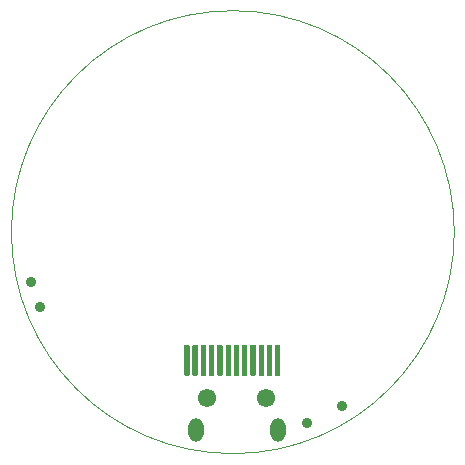
<source format=gbs>
G04 #@! TF.GenerationSoftware,KiCad,Pcbnew,(5.1.10)-1*
G04 #@! TF.CreationDate,2021-07-30T17:06:45-07:00*
G04 #@! TF.ProjectId,esp32-smartwatch,65737033-322d-4736-9d61-727477617463,rev?*
G04 #@! TF.SameCoordinates,PX8f56560PY66b5f20*
G04 #@! TF.FileFunction,Soldermask,Bot*
G04 #@! TF.FilePolarity,Negative*
%FSLAX46Y46*%
G04 Gerber Fmt 4.6, Leading zero omitted, Abs format (unit mm)*
G04 Created by KiCad (PCBNEW (5.1.10)-1) date 2021-07-30 17:06:45*
%MOMM*%
%LPD*%
G01*
G04 APERTURE LIST*
G04 #@! TA.AperFunction,Profile*
%ADD10C,0.050000*%
G04 #@! TD*
%ADD11O,1.300000X2.000000*%
%ADD12C,1.550000*%
%ADD13C,0.900000*%
G04 APERTURE END LIST*
D10*
X37530000Y18800000D02*
G75*
G03*
X37530000Y18800000I-18750000J0D01*
G01*
D11*
X22618000Y2036000D03*
X15618000Y2036000D03*
D12*
X21618000Y4736000D03*
X16618000Y4736000D03*
G36*
G01*
X18162000Y6691500D02*
X18162000Y9191500D01*
G75*
G02*
X18212000Y9241500I50000J0D01*
G01*
X18562000Y9241500D01*
G75*
G02*
X18612000Y9191500I0J-50000D01*
G01*
X18612000Y6691500D01*
G75*
G02*
X18562000Y6641500I-50000J0D01*
G01*
X18212000Y6641500D01*
G75*
G02*
X18162000Y6691500I0J50000D01*
G01*
G37*
G36*
G01*
X17462000Y6691500D02*
X17462000Y9191500D01*
G75*
G02*
X17512000Y9241500I50000J0D01*
G01*
X17862000Y9241500D01*
G75*
G02*
X17912000Y9191500I0J-50000D01*
G01*
X17912000Y6691500D01*
G75*
G02*
X17862000Y6641500I-50000J0D01*
G01*
X17512000Y6641500D01*
G75*
G02*
X17462000Y6691500I0J50000D01*
G01*
G37*
G36*
G01*
X16762000Y6691500D02*
X16762000Y9191500D01*
G75*
G02*
X16812000Y9241500I50000J0D01*
G01*
X17162000Y9241500D01*
G75*
G02*
X17212000Y9191500I0J-50000D01*
G01*
X17212000Y6691500D01*
G75*
G02*
X17162000Y6641500I-50000J0D01*
G01*
X16812000Y6641500D01*
G75*
G02*
X16762000Y6691500I0J50000D01*
G01*
G37*
G36*
G01*
X16062000Y6691500D02*
X16062000Y9191500D01*
G75*
G02*
X16112000Y9241500I50000J0D01*
G01*
X16462000Y9241500D01*
G75*
G02*
X16512000Y9191500I0J-50000D01*
G01*
X16512000Y6691500D01*
G75*
G02*
X16462000Y6641500I-50000J0D01*
G01*
X16112000Y6641500D01*
G75*
G02*
X16062000Y6691500I0J50000D01*
G01*
G37*
G36*
G01*
X15362000Y6691500D02*
X15362000Y9191500D01*
G75*
G02*
X15412000Y9241500I50000J0D01*
G01*
X15762000Y9241500D01*
G75*
G02*
X15812000Y9191500I0J-50000D01*
G01*
X15812000Y6691500D01*
G75*
G02*
X15762000Y6641500I-50000J0D01*
G01*
X15412000Y6641500D01*
G75*
G02*
X15362000Y6691500I0J50000D01*
G01*
G37*
G36*
G01*
X14662000Y6691500D02*
X14662000Y9191500D01*
G75*
G02*
X14712000Y9241500I50000J0D01*
G01*
X15062000Y9241500D01*
G75*
G02*
X15112000Y9191500I0J-50000D01*
G01*
X15112000Y6691500D01*
G75*
G02*
X15062000Y6641500I-50000J0D01*
G01*
X14712000Y6641500D01*
G75*
G02*
X14662000Y6691500I0J50000D01*
G01*
G37*
G36*
G01*
X18862000Y6691500D02*
X18862000Y9191500D01*
G75*
G02*
X18912000Y9241500I50000J0D01*
G01*
X19262000Y9241500D01*
G75*
G02*
X19312000Y9191500I0J-50000D01*
G01*
X19312000Y6691500D01*
G75*
G02*
X19262000Y6641500I-50000J0D01*
G01*
X18912000Y6641500D01*
G75*
G02*
X18862000Y6691500I0J50000D01*
G01*
G37*
G36*
G01*
X19562000Y6691500D02*
X19562000Y9191500D01*
G75*
G02*
X19612000Y9241500I50000J0D01*
G01*
X19962000Y9241500D01*
G75*
G02*
X20012000Y9191500I0J-50000D01*
G01*
X20012000Y6691500D01*
G75*
G02*
X19962000Y6641500I-50000J0D01*
G01*
X19612000Y6641500D01*
G75*
G02*
X19562000Y6691500I0J50000D01*
G01*
G37*
G36*
G01*
X20262000Y6691500D02*
X20262000Y9191500D01*
G75*
G02*
X20312000Y9241500I50000J0D01*
G01*
X20662000Y9241500D01*
G75*
G02*
X20712000Y9191500I0J-50000D01*
G01*
X20712000Y6691500D01*
G75*
G02*
X20662000Y6641500I-50000J0D01*
G01*
X20312000Y6641500D01*
G75*
G02*
X20262000Y6691500I0J50000D01*
G01*
G37*
G36*
G01*
X20962000Y6691500D02*
X20962000Y9191500D01*
G75*
G02*
X21012000Y9241500I50000J0D01*
G01*
X21362000Y9241500D01*
G75*
G02*
X21412000Y9191500I0J-50000D01*
G01*
X21412000Y6691500D01*
G75*
G02*
X21362000Y6641500I-50000J0D01*
G01*
X21012000Y6641500D01*
G75*
G02*
X20962000Y6691500I0J50000D01*
G01*
G37*
G36*
G01*
X21662000Y6691500D02*
X21662000Y9191500D01*
G75*
G02*
X21712000Y9241500I50000J0D01*
G01*
X22062000Y9241500D01*
G75*
G02*
X22112000Y9191500I0J-50000D01*
G01*
X22112000Y6691500D01*
G75*
G02*
X22062000Y6641500I-50000J0D01*
G01*
X21712000Y6641500D01*
G75*
G02*
X21662000Y6691500I0J50000D01*
G01*
G37*
G36*
G01*
X22362000Y6691500D02*
X22362000Y9191500D01*
G75*
G02*
X22412000Y9241500I50000J0D01*
G01*
X22762000Y9241500D01*
G75*
G02*
X22812000Y9191500I0J-50000D01*
G01*
X22812000Y6691500D01*
G75*
G02*
X22762000Y6641500I-50000J0D01*
G01*
X22412000Y6641500D01*
G75*
G02*
X22362000Y6691500I0J50000D01*
G01*
G37*
D13*
X1655500Y14545500D03*
X28008000Y4068000D03*
X2450000Y12450000D03*
X25087000Y2671000D03*
M02*

</source>
